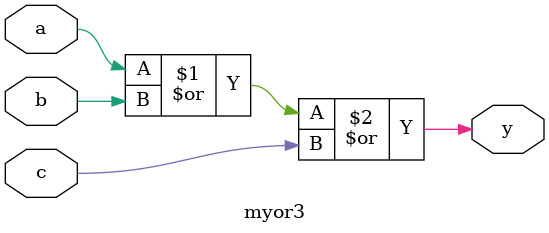
<source format=v>
`timescale 1ns / 1ps
module Full_Adder(a,b,cin,sum,ca);
input a,b,cin;
output sum,ca;
wire w1,w2,w3;
myxor3 x1(sum,a,b,cin);
myand2 a1(w1,a,b);
myand2 a2(w2,b,cin);
myand2 a3(w3,cin,a);
myor3 O1(ca,w1,w2,w3);
endmodule
module myxor3(y,a,b,c);
output y;
input a,b,c;
assign y=a^b^c;
endmodule
module myand2(y,a,b);
input a,b;
output y;
assign y=a&b;
endmodule
module myor3(y,a,b,c);
input a,b,c;
output y;
assign y=a|b|c;
endmodule
 




</source>
